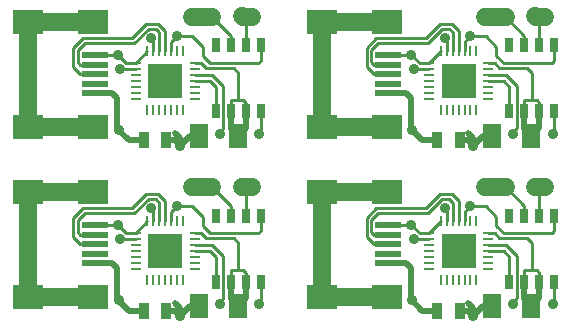
<source format=gtl>
G04 (created by PCBNEW (2013-may-18)-stable) date Сб 10 янв 2015 17:31:14*
%MOIN*%
G04 Gerber Fmt 3.4, Leading zero omitted, Abs format*
%FSLAX34Y34*%
G01*
G70*
G90*
G04 APERTURE LIST*
%ADD10C,0.00590551*%
%ADD11R,0.025X0.05*%
%ADD12C,0.055*%
%ADD13O,0.0098X0.0394*%
%ADD14O,0.0394X0.0098*%
%ADD15R,0.1181X0.1181*%
%ADD16C,0.0433*%
%ADD17R,0.035X0.055*%
%ADD18R,0.06X0.08*%
%ADD19R,0.0906X0.0197*%
%ADD20R,0.0984X0.0787*%
%ADD21C,0.035*%
%ADD22C,0.01*%
%ADD23C,0.019685*%
%ADD24C,0.0590551*%
G04 APERTURE END LIST*
G54D10*
G54D11*
X7301Y-9466D03*
X7801Y-9466D03*
X8301Y-9466D03*
X8801Y-9466D03*
X8801Y-7266D03*
X8301Y-7266D03*
X7801Y-7266D03*
X7301Y-7266D03*
G54D12*
X8500Y-6318D03*
X6500Y-6318D03*
G54D13*
X6201Y-7460D03*
X6004Y-7460D03*
X5807Y-7460D03*
X5610Y-7460D03*
X5413Y-7460D03*
X5216Y-7460D03*
X5019Y-7460D03*
G54D14*
X4626Y-7853D03*
X4626Y-8050D03*
X4626Y-8247D03*
X4626Y-8444D03*
X4626Y-8641D03*
X4626Y-8838D03*
X4626Y-9035D03*
G54D13*
X5019Y-9428D03*
X5216Y-9428D03*
X5413Y-9428D03*
X5610Y-9428D03*
X5807Y-9428D03*
X6004Y-9428D03*
X6201Y-9428D03*
G54D14*
X6594Y-9035D03*
X6594Y-8838D03*
X6594Y-8641D03*
X6594Y-8444D03*
X6594Y-8247D03*
X6594Y-8050D03*
X6594Y-7853D03*
G54D15*
X5610Y-8444D03*
G54D16*
X5310Y-8744D03*
X5610Y-8444D03*
X5910Y-8144D03*
X5310Y-8144D03*
X5910Y-8744D03*
G54D17*
X4900Y-10433D03*
X5650Y-10433D03*
G54D18*
X8031Y-10275D03*
X6731Y-10275D03*
G54D19*
X3254Y-7590D03*
X3254Y-7905D03*
X3254Y-8220D03*
X3254Y-8535D03*
X3254Y-8850D03*
G54D20*
X3215Y-6468D03*
X1050Y-6468D03*
X3215Y-9972D03*
X1050Y-9972D03*
G54D19*
X13037Y-7590D03*
X13037Y-7905D03*
X13037Y-8220D03*
X13037Y-8535D03*
X13037Y-8850D03*
G54D20*
X12998Y-6468D03*
X10833Y-6468D03*
X12998Y-9972D03*
X10833Y-9972D03*
G54D18*
X17815Y-10275D03*
X16515Y-10275D03*
G54D17*
X14684Y-10433D03*
X15434Y-10433D03*
G54D13*
X15984Y-7460D03*
X15787Y-7460D03*
X15590Y-7460D03*
X15393Y-7460D03*
X15196Y-7460D03*
X14999Y-7460D03*
X14802Y-7460D03*
G54D14*
X14409Y-7853D03*
X14409Y-8050D03*
X14409Y-8247D03*
X14409Y-8444D03*
X14409Y-8641D03*
X14409Y-8838D03*
X14409Y-9035D03*
G54D13*
X14802Y-9428D03*
X14999Y-9428D03*
X15196Y-9428D03*
X15393Y-9428D03*
X15590Y-9428D03*
X15787Y-9428D03*
X15984Y-9428D03*
G54D14*
X16377Y-9035D03*
X16377Y-8838D03*
X16377Y-8641D03*
X16377Y-8444D03*
X16377Y-8247D03*
X16377Y-8050D03*
X16377Y-7853D03*
G54D15*
X15393Y-8444D03*
G54D16*
X15093Y-8744D03*
X15393Y-8444D03*
X15693Y-8144D03*
X15093Y-8144D03*
X15693Y-8744D03*
G54D12*
X18283Y-6318D03*
X16283Y-6318D03*
G54D11*
X17084Y-9466D03*
X17584Y-9466D03*
X18084Y-9466D03*
X18584Y-9466D03*
X18584Y-7266D03*
X18084Y-7266D03*
X17584Y-7266D03*
X17084Y-7266D03*
X17084Y-3796D03*
X17584Y-3796D03*
X18084Y-3796D03*
X18584Y-3796D03*
X18584Y-1596D03*
X18084Y-1596D03*
X17584Y-1596D03*
X17084Y-1596D03*
G54D12*
X18283Y-649D03*
X16283Y-649D03*
G54D13*
X15984Y-1791D03*
X15787Y-1791D03*
X15590Y-1791D03*
X15393Y-1791D03*
X15196Y-1791D03*
X14999Y-1791D03*
X14802Y-1791D03*
G54D14*
X14409Y-2184D03*
X14409Y-2381D03*
X14409Y-2578D03*
X14409Y-2775D03*
X14409Y-2972D03*
X14409Y-3169D03*
X14409Y-3366D03*
G54D13*
X14802Y-3759D03*
X14999Y-3759D03*
X15196Y-3759D03*
X15393Y-3759D03*
X15590Y-3759D03*
X15787Y-3759D03*
X15984Y-3759D03*
G54D14*
X16377Y-3366D03*
X16377Y-3169D03*
X16377Y-2972D03*
X16377Y-2775D03*
X16377Y-2578D03*
X16377Y-2381D03*
X16377Y-2184D03*
G54D15*
X15393Y-2775D03*
G54D16*
X15093Y-3075D03*
X15393Y-2775D03*
X15693Y-2475D03*
X15093Y-2475D03*
X15693Y-3075D03*
G54D17*
X14684Y-4763D03*
X15434Y-4763D03*
G54D18*
X17815Y-4606D03*
X16515Y-4606D03*
G54D19*
X13037Y-1920D03*
X13037Y-2235D03*
X13037Y-2550D03*
X13037Y-2865D03*
X13037Y-3180D03*
G54D20*
X12998Y-798D03*
X10833Y-798D03*
X12998Y-4302D03*
X10833Y-4302D03*
G54D19*
X3254Y-1920D03*
X3254Y-2235D03*
X3254Y-2550D03*
X3254Y-2865D03*
X3254Y-3180D03*
G54D20*
X3215Y-798D03*
X1050Y-798D03*
X3215Y-4302D03*
X1050Y-4302D03*
G54D18*
X8031Y-4606D03*
X6731Y-4606D03*
G54D17*
X4900Y-4763D03*
X5650Y-4763D03*
G54D13*
X6201Y-1791D03*
X6004Y-1791D03*
X5807Y-1791D03*
X5610Y-1791D03*
X5413Y-1791D03*
X5216Y-1791D03*
X5019Y-1791D03*
G54D14*
X4626Y-2184D03*
X4626Y-2381D03*
X4626Y-2578D03*
X4626Y-2775D03*
X4626Y-2972D03*
X4626Y-3169D03*
X4626Y-3366D03*
G54D13*
X5019Y-3759D03*
X5216Y-3759D03*
X5413Y-3759D03*
X5610Y-3759D03*
X5807Y-3759D03*
X6004Y-3759D03*
X6201Y-3759D03*
G54D14*
X6594Y-3366D03*
X6594Y-3169D03*
X6594Y-2972D03*
X6594Y-2775D03*
X6594Y-2578D03*
X6594Y-2381D03*
X6594Y-2184D03*
G54D15*
X5610Y-2775D03*
G54D16*
X5310Y-3075D03*
X5610Y-2775D03*
X5910Y-2475D03*
X5310Y-2475D03*
X5910Y-3075D03*
G54D12*
X8500Y-649D03*
X6500Y-649D03*
G54D11*
X7301Y-3796D03*
X7801Y-3796D03*
X8301Y-3796D03*
X8801Y-3796D03*
X8801Y-1596D03*
X8301Y-1596D03*
X7801Y-1596D03*
X7301Y-1596D03*
G54D21*
X6102Y-10610D03*
X4035Y-7578D03*
X13818Y-7578D03*
X15885Y-10610D03*
X15885Y-4940D03*
X13818Y-1909D03*
X4035Y-1909D03*
X6102Y-4940D03*
X5137Y-7027D03*
X14921Y-7027D03*
X14921Y-1358D03*
X5137Y-1358D03*
X6003Y-6948D03*
X4055Y-10078D03*
X13838Y-10078D03*
X15787Y-6948D03*
X15787Y-1279D03*
X13838Y-4409D03*
X4055Y-4409D03*
X6003Y-1279D03*
X4114Y-8051D03*
X13897Y-8051D03*
X13897Y-2381D03*
X4114Y-2381D03*
X8500Y-6318D03*
X18283Y-6318D03*
X18283Y-649D03*
X8500Y-649D03*
X7421Y-10216D03*
X8740Y-10216D03*
X18523Y-10216D03*
X17204Y-10216D03*
X17204Y-4547D03*
X18523Y-4547D03*
X8740Y-4547D03*
X7421Y-4547D03*
G54D22*
X2787Y-8220D02*
X2539Y-7972D01*
X2539Y-7972D02*
X2539Y-7342D01*
X2539Y-7342D02*
X2854Y-7027D01*
X2854Y-7027D02*
X4507Y-7027D01*
X4507Y-7027D02*
X4980Y-6555D01*
X4980Y-6555D02*
X5374Y-6555D01*
X5374Y-6555D02*
X5610Y-6791D01*
X5610Y-6791D02*
X5610Y-7460D01*
X3254Y-8220D02*
X2787Y-8220D01*
X13037Y-8220D02*
X12570Y-8220D01*
X15393Y-6791D02*
X15393Y-7460D01*
X15157Y-6555D02*
X15393Y-6791D01*
X14763Y-6555D02*
X15157Y-6555D01*
X14291Y-7027D02*
X14763Y-6555D01*
X12637Y-7027D02*
X14291Y-7027D01*
X12322Y-7342D02*
X12637Y-7027D01*
X12322Y-7972D02*
X12322Y-7342D01*
X12570Y-8220D02*
X12322Y-7972D01*
X12570Y-2550D02*
X12322Y-2303D01*
X12322Y-2303D02*
X12322Y-1673D01*
X12322Y-1673D02*
X12637Y-1358D01*
X12637Y-1358D02*
X14291Y-1358D01*
X14291Y-1358D02*
X14763Y-885D01*
X14763Y-885D02*
X15157Y-885D01*
X15157Y-885D02*
X15393Y-1122D01*
X15393Y-1122D02*
X15393Y-1791D01*
X13037Y-2550D02*
X12570Y-2550D01*
X3254Y-2550D02*
X2787Y-2550D01*
X5610Y-1122D02*
X5610Y-1791D01*
X5374Y-885D02*
X5610Y-1122D01*
X4980Y-885D02*
X5374Y-885D01*
X4507Y-1358D02*
X4980Y-885D01*
X2854Y-1358D02*
X4507Y-1358D01*
X2539Y-1673D02*
X2854Y-1358D01*
X2539Y-2303D02*
X2539Y-1673D01*
X2787Y-2550D02*
X2539Y-2303D01*
X2786Y-7905D02*
X2696Y-7814D01*
X2696Y-7814D02*
X2696Y-7421D01*
X2696Y-7421D02*
X2933Y-7185D01*
X2933Y-7185D02*
X4586Y-7185D01*
X4586Y-7185D02*
X5059Y-6712D01*
X5059Y-6712D02*
X5295Y-6712D01*
X5295Y-6712D02*
X5413Y-6830D01*
X5413Y-6830D02*
X5413Y-7460D01*
X3254Y-7905D02*
X2786Y-7905D01*
X13037Y-7905D02*
X12570Y-7905D01*
X15196Y-6830D02*
X15196Y-7460D01*
X15078Y-6712D02*
X15196Y-6830D01*
X14842Y-6712D02*
X15078Y-6712D01*
X14370Y-7185D02*
X14842Y-6712D01*
X12716Y-7185D02*
X14370Y-7185D01*
X12480Y-7421D02*
X12716Y-7185D01*
X12480Y-7814D02*
X12480Y-7421D01*
X12570Y-7905D02*
X12480Y-7814D01*
X12570Y-2235D02*
X12480Y-2145D01*
X12480Y-2145D02*
X12480Y-1751D01*
X12480Y-1751D02*
X12716Y-1515D01*
X12716Y-1515D02*
X14370Y-1515D01*
X14370Y-1515D02*
X14842Y-1043D01*
X14842Y-1043D02*
X15078Y-1043D01*
X15078Y-1043D02*
X15196Y-1161D01*
X15196Y-1161D02*
X15196Y-1791D01*
X13037Y-2235D02*
X12570Y-2235D01*
X3254Y-2235D02*
X2786Y-2235D01*
X5413Y-1161D02*
X5413Y-1791D01*
X5295Y-1043D02*
X5413Y-1161D01*
X5059Y-1043D02*
X5295Y-1043D01*
X4586Y-1515D02*
X5059Y-1043D01*
X2933Y-1515D02*
X4586Y-1515D01*
X2696Y-1751D02*
X2933Y-1515D01*
X2696Y-2145D02*
X2696Y-1751D01*
X2786Y-2235D02*
X2696Y-2145D01*
X7106Y-8444D02*
X7301Y-8639D01*
X7301Y-8639D02*
X7301Y-9466D01*
X6594Y-8444D02*
X7106Y-8444D01*
X16377Y-8444D02*
X16889Y-8444D01*
X17084Y-8639D02*
X17084Y-9466D01*
X16889Y-8444D02*
X17084Y-8639D01*
X16889Y-2775D02*
X17084Y-2970D01*
X17084Y-2970D02*
X17084Y-3796D01*
X16377Y-2775D02*
X16889Y-2775D01*
X6594Y-2775D02*
X7106Y-2775D01*
X7301Y-2970D02*
X7301Y-3796D01*
X7106Y-2775D02*
X7301Y-2970D01*
X4310Y-7853D02*
X4035Y-7578D01*
X4626Y-7853D02*
X4310Y-7853D01*
X5019Y-7460D02*
X4626Y-7853D01*
G54D23*
X6102Y-10610D02*
X5925Y-10433D01*
X5925Y-10433D02*
X5650Y-10433D01*
X6437Y-10275D02*
X6102Y-10610D01*
X6731Y-10275D02*
X6437Y-10275D01*
X6102Y-10354D02*
X5925Y-10177D01*
X6102Y-10610D02*
X6102Y-10354D01*
G54D22*
X4024Y-7590D02*
X4035Y-7578D01*
X3254Y-7590D02*
X4024Y-7590D01*
X13037Y-7590D02*
X13807Y-7590D01*
X13807Y-7590D02*
X13818Y-7578D01*
G54D23*
X15885Y-10610D02*
X15885Y-10354D01*
X15885Y-10354D02*
X15708Y-10177D01*
X16515Y-10275D02*
X16220Y-10275D01*
X16220Y-10275D02*
X15885Y-10610D01*
X15708Y-10433D02*
X15434Y-10433D01*
X15885Y-10610D02*
X15708Y-10433D01*
G54D22*
X14802Y-7460D02*
X14409Y-7853D01*
X14409Y-7853D02*
X14094Y-7853D01*
X14094Y-7853D02*
X13818Y-7578D01*
X14094Y-2184D02*
X13818Y-1909D01*
X14409Y-2184D02*
X14094Y-2184D01*
X14802Y-1791D02*
X14409Y-2184D01*
G54D23*
X15885Y-4940D02*
X15708Y-4763D01*
X15708Y-4763D02*
X15434Y-4763D01*
X16220Y-4606D02*
X15885Y-4940D01*
X16515Y-4606D02*
X16220Y-4606D01*
X15885Y-4685D02*
X15708Y-4507D01*
X15885Y-4940D02*
X15885Y-4685D01*
G54D22*
X13807Y-1920D02*
X13818Y-1909D01*
X13037Y-1920D02*
X13807Y-1920D01*
X3254Y-1920D02*
X4024Y-1920D01*
X4024Y-1920D02*
X4035Y-1909D01*
G54D23*
X6102Y-4940D02*
X6102Y-4685D01*
X6102Y-4685D02*
X5925Y-4507D01*
X6731Y-4606D02*
X6437Y-4606D01*
X6437Y-4606D02*
X6102Y-4940D01*
X5925Y-4763D02*
X5650Y-4763D01*
X6102Y-4940D02*
X5925Y-4763D01*
G54D22*
X5019Y-1791D02*
X4626Y-2184D01*
X4626Y-2184D02*
X4310Y-2184D01*
X4310Y-2184D02*
X4035Y-1909D01*
X5216Y-7106D02*
X5137Y-7027D01*
X5216Y-7460D02*
X5216Y-7106D01*
X14999Y-7460D02*
X14999Y-7106D01*
X14999Y-7106D02*
X14921Y-7027D01*
X14999Y-1436D02*
X14921Y-1358D01*
X14999Y-1791D02*
X14999Y-1436D01*
X5216Y-1791D02*
X5216Y-1436D01*
X5216Y-1436D02*
X5137Y-1358D01*
X5807Y-7145D02*
X6003Y-6948D01*
X5807Y-7460D02*
X5807Y-7145D01*
G54D23*
X4389Y-10433D02*
X4015Y-10059D01*
X4015Y-9980D02*
X4015Y-9015D01*
X4015Y-10059D02*
X4015Y-9980D01*
X4015Y-9015D02*
X3850Y-8850D01*
X3850Y-8850D02*
X3254Y-8850D01*
X4900Y-10433D02*
X4389Y-10433D01*
X4055Y-10078D02*
X4015Y-10039D01*
X4015Y-10039D02*
X4015Y-9980D01*
G54D22*
X6515Y-6948D02*
X6870Y-7303D01*
X6870Y-7303D02*
X6870Y-7618D01*
X6870Y-7618D02*
X7106Y-7854D01*
X7106Y-7854D02*
X8720Y-7854D01*
X8720Y-7854D02*
X8801Y-7773D01*
X8801Y-7773D02*
X8801Y-7266D01*
X6003Y-6948D02*
X6515Y-6948D01*
X15787Y-6948D02*
X16299Y-6948D01*
X18584Y-7773D02*
X18584Y-7266D01*
X18503Y-7854D02*
X18584Y-7773D01*
X16889Y-7854D02*
X18503Y-7854D01*
X16653Y-7618D02*
X16889Y-7854D01*
X16653Y-7303D02*
X16653Y-7618D01*
X16299Y-6948D02*
X16653Y-7303D01*
G54D23*
X13799Y-10039D02*
X13799Y-9980D01*
X13838Y-10078D02*
X13799Y-10039D01*
X14684Y-10433D02*
X14173Y-10433D01*
X13633Y-8850D02*
X13037Y-8850D01*
X13799Y-9015D02*
X13633Y-8850D01*
X13799Y-10059D02*
X13799Y-9980D01*
X13799Y-9980D02*
X13799Y-9015D01*
X14173Y-10433D02*
X13799Y-10059D01*
G54D22*
X15590Y-7460D02*
X15590Y-7145D01*
X15590Y-7145D02*
X15787Y-6948D01*
X15590Y-1476D02*
X15787Y-1279D01*
X15590Y-1791D02*
X15590Y-1476D01*
G54D23*
X14173Y-4763D02*
X13799Y-4389D01*
X13799Y-4311D02*
X13799Y-3346D01*
X13799Y-4389D02*
X13799Y-4311D01*
X13799Y-3346D02*
X13633Y-3180D01*
X13633Y-3180D02*
X13037Y-3180D01*
X14684Y-4763D02*
X14173Y-4763D01*
X13838Y-4409D02*
X13799Y-4370D01*
X13799Y-4370D02*
X13799Y-4311D01*
G54D22*
X16299Y-1279D02*
X16653Y-1633D01*
X16653Y-1633D02*
X16653Y-1948D01*
X16653Y-1948D02*
X16889Y-2185D01*
X16889Y-2185D02*
X18503Y-2185D01*
X18503Y-2185D02*
X18584Y-2104D01*
X18584Y-2104D02*
X18584Y-1596D01*
X15787Y-1279D02*
X16299Y-1279D01*
X6003Y-1279D02*
X6515Y-1279D01*
X8801Y-2104D02*
X8801Y-1596D01*
X8720Y-2185D02*
X8801Y-2104D01*
X7106Y-2185D02*
X8720Y-2185D01*
X6870Y-1948D02*
X7106Y-2185D01*
X6870Y-1633D02*
X6870Y-1948D01*
X6515Y-1279D02*
X6870Y-1633D01*
G54D23*
X4015Y-4370D02*
X4015Y-4311D01*
X4055Y-4409D02*
X4015Y-4370D01*
X4900Y-4763D02*
X4389Y-4763D01*
X3850Y-3180D02*
X3254Y-3180D01*
X4015Y-3346D02*
X3850Y-3180D01*
X4015Y-4389D02*
X4015Y-4311D01*
X4015Y-4311D02*
X4015Y-3346D01*
X4389Y-4763D02*
X4015Y-4389D01*
G54D22*
X5807Y-1791D02*
X5807Y-1476D01*
X5807Y-1476D02*
X6003Y-1279D01*
X4114Y-8050D02*
X4114Y-8051D01*
X4626Y-8050D02*
X4114Y-8050D01*
X14409Y-8050D02*
X13897Y-8050D01*
X13897Y-8050D02*
X13897Y-8051D01*
X13897Y-2381D02*
X13897Y-2381D01*
X14409Y-2381D02*
X13897Y-2381D01*
X4626Y-2381D02*
X4114Y-2381D01*
X4114Y-2381D02*
X4114Y-2381D01*
X7801Y-9074D02*
X7801Y-9466D01*
X8301Y-9167D02*
X8208Y-9074D01*
X8051Y-9074D02*
X7801Y-9074D01*
X8208Y-9074D02*
X8051Y-9074D01*
X8301Y-9466D02*
X8301Y-9167D01*
G54D23*
X7801Y-10044D02*
X8031Y-10275D01*
X7801Y-9466D02*
X7801Y-10044D01*
X8301Y-10006D02*
X8031Y-10275D01*
X8301Y-9466D02*
X8301Y-10006D01*
G54D22*
X6810Y-7853D02*
X6968Y-8011D01*
X6968Y-8011D02*
X7893Y-8011D01*
X7893Y-8011D02*
X8051Y-8169D01*
X8051Y-8169D02*
X8051Y-9074D01*
X6594Y-7853D02*
X6810Y-7853D01*
X16377Y-7853D02*
X16594Y-7853D01*
X17834Y-8169D02*
X17834Y-9074D01*
X17677Y-8011D02*
X17834Y-8169D01*
X16751Y-8011D02*
X17677Y-8011D01*
X16594Y-7853D02*
X16751Y-8011D01*
G54D23*
X18084Y-9466D02*
X18084Y-10006D01*
X18084Y-10006D02*
X17815Y-10275D01*
X17584Y-9466D02*
X17584Y-10044D01*
X17584Y-10044D02*
X17815Y-10275D01*
G54D22*
X18084Y-9466D02*
X18084Y-9167D01*
X17992Y-9074D02*
X17834Y-9074D01*
X17834Y-9074D02*
X17584Y-9074D01*
X18084Y-9167D02*
X17992Y-9074D01*
X17584Y-9074D02*
X17584Y-9466D01*
X17584Y-3405D02*
X17584Y-3796D01*
X18084Y-3498D02*
X17992Y-3405D01*
X17834Y-3405D02*
X17584Y-3405D01*
X17992Y-3405D02*
X17834Y-3405D01*
X18084Y-3796D02*
X18084Y-3498D01*
G54D23*
X17584Y-4375D02*
X17815Y-4606D01*
X17584Y-3796D02*
X17584Y-4375D01*
X18084Y-4337D02*
X17815Y-4606D01*
X18084Y-3796D02*
X18084Y-4337D01*
G54D22*
X16594Y-2184D02*
X16751Y-2342D01*
X16751Y-2342D02*
X17677Y-2342D01*
X17677Y-2342D02*
X17834Y-2500D01*
X17834Y-2500D02*
X17834Y-3405D01*
X16377Y-2184D02*
X16594Y-2184D01*
X6594Y-2184D02*
X6810Y-2184D01*
X8051Y-2500D02*
X8051Y-3405D01*
X7893Y-2342D02*
X8051Y-2500D01*
X6968Y-2342D02*
X7893Y-2342D01*
X6810Y-2184D02*
X6968Y-2342D01*
G54D23*
X8301Y-3796D02*
X8301Y-4337D01*
X8301Y-4337D02*
X8031Y-4606D01*
X7801Y-3796D02*
X7801Y-4375D01*
X7801Y-4375D02*
X8031Y-4606D01*
G54D22*
X8301Y-3796D02*
X8301Y-3498D01*
X8208Y-3405D02*
X8051Y-3405D01*
X8051Y-3405D02*
X7801Y-3405D01*
X8301Y-3498D02*
X8208Y-3405D01*
X7801Y-3405D02*
X7801Y-3796D01*
G54D24*
X1050Y-6468D02*
X1050Y-9972D01*
X1050Y-9972D02*
X3215Y-9972D01*
X3215Y-6468D02*
X1050Y-6468D01*
X12998Y-6468D02*
X10833Y-6468D01*
X10833Y-9972D02*
X12998Y-9972D01*
X10833Y-6468D02*
X10833Y-9972D01*
X10833Y-798D02*
X10833Y-4302D01*
X10833Y-4302D02*
X12998Y-4302D01*
X12998Y-798D02*
X10833Y-798D01*
X3215Y-798D02*
X1050Y-798D01*
X1050Y-4302D02*
X3215Y-4302D01*
X1050Y-798D02*
X1050Y-4302D01*
G54D22*
X8301Y-6517D02*
X8500Y-6318D01*
X8301Y-7266D02*
X8301Y-6517D01*
G54D24*
X8188Y-6318D02*
X8169Y-6299D01*
X8500Y-6318D02*
X8188Y-6318D01*
X18283Y-6318D02*
X17972Y-6318D01*
X17972Y-6318D02*
X17952Y-6299D01*
G54D22*
X18084Y-7266D02*
X18084Y-6517D01*
X18084Y-6517D02*
X18283Y-6318D01*
X18084Y-848D02*
X18283Y-649D01*
X18084Y-1596D02*
X18084Y-848D01*
G54D24*
X17972Y-649D02*
X17952Y-629D01*
X18283Y-649D02*
X17972Y-649D01*
X8500Y-649D02*
X8188Y-649D01*
X8188Y-649D02*
X8169Y-629D01*
G54D22*
X8301Y-1596D02*
X8301Y-848D01*
X8301Y-848D02*
X8500Y-649D01*
X7801Y-6935D02*
X7185Y-6318D01*
X7801Y-7266D02*
X7801Y-6935D01*
G54D24*
X6500Y-6318D02*
X7185Y-6318D01*
X16283Y-6318D02*
X16968Y-6318D01*
G54D22*
X17584Y-7266D02*
X17584Y-6935D01*
X17584Y-6935D02*
X16968Y-6318D01*
X17584Y-1265D02*
X16968Y-649D01*
X17584Y-1596D02*
X17584Y-1265D01*
G54D24*
X16283Y-649D02*
X16968Y-649D01*
X6500Y-649D02*
X7185Y-649D01*
G54D22*
X7801Y-1596D02*
X7801Y-1265D01*
X7801Y-1265D02*
X7185Y-649D01*
X7184Y-8247D02*
X7539Y-8602D01*
X7539Y-8602D02*
X7539Y-10019D01*
X7539Y-10019D02*
X7421Y-10137D01*
X7421Y-10137D02*
X7421Y-10216D01*
X8740Y-10216D02*
X8801Y-10155D01*
X8801Y-10155D02*
X8801Y-9466D01*
X6594Y-8247D02*
X7184Y-8247D01*
X16377Y-8247D02*
X16968Y-8247D01*
X18584Y-10155D02*
X18584Y-9466D01*
X18523Y-10216D02*
X18584Y-10155D01*
X17204Y-10137D02*
X17204Y-10216D01*
X17322Y-10019D02*
X17204Y-10137D01*
X17322Y-8602D02*
X17322Y-10019D01*
X16968Y-8247D02*
X17322Y-8602D01*
X16968Y-2578D02*
X17322Y-2933D01*
X17322Y-2933D02*
X17322Y-4350D01*
X17322Y-4350D02*
X17204Y-4468D01*
X17204Y-4468D02*
X17204Y-4547D01*
X18523Y-4547D02*
X18584Y-4486D01*
X18584Y-4486D02*
X18584Y-3796D01*
X16377Y-2578D02*
X16968Y-2578D01*
X6594Y-2578D02*
X7184Y-2578D01*
X8801Y-4486D02*
X8801Y-3796D01*
X8740Y-4547D02*
X8801Y-4486D01*
X7421Y-4468D02*
X7421Y-4547D01*
X7539Y-4350D02*
X7421Y-4468D01*
X7539Y-2933D02*
X7539Y-4350D01*
X7184Y-2578D02*
X7539Y-2933D01*
M02*

</source>
